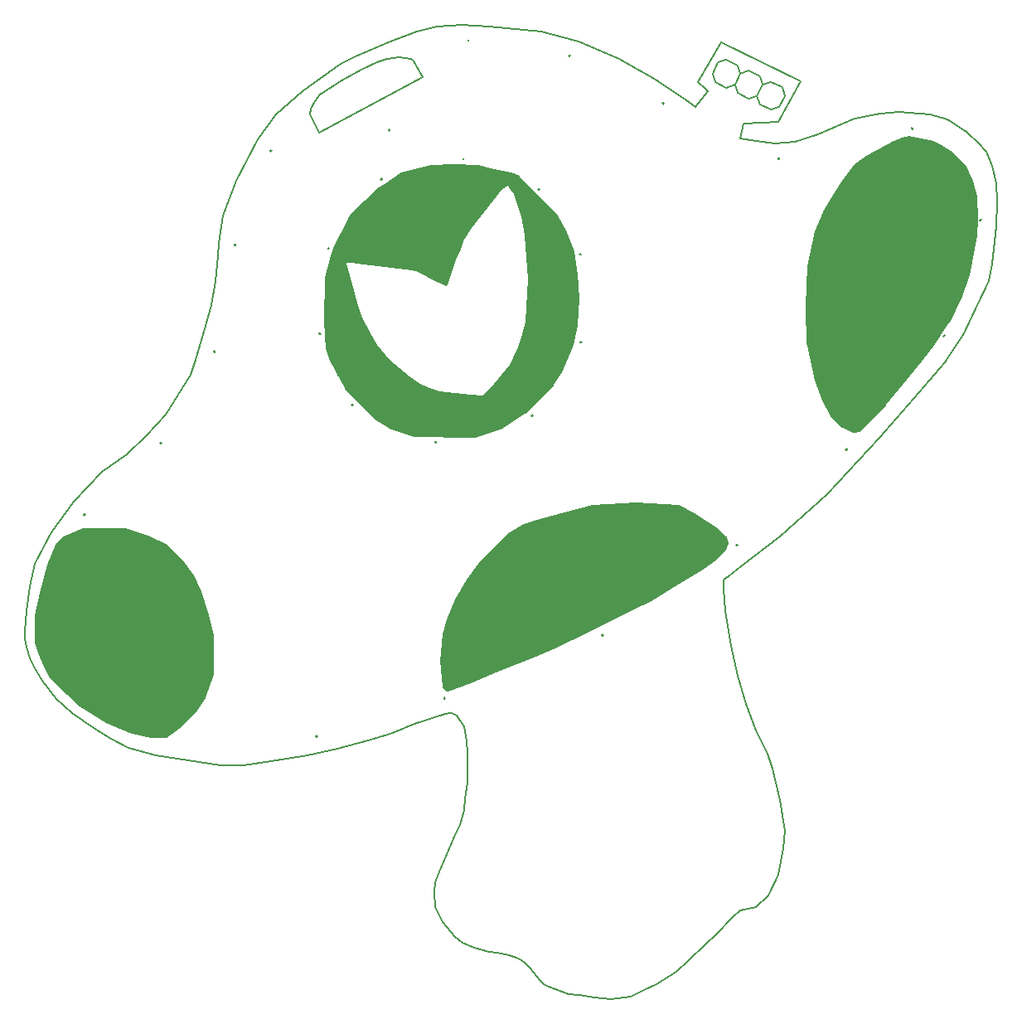
<source format=gto>
G04 EAGLE Gerber RS-274X export*
G75*
%MOMM*%
%FSLAX34Y34*%
%LPD*%
%INSilk top*%
%IPPOS*%
%AMOC8*
5,1,8,0,0,1.08239X$1,22.5*%
G01*
%ADD10R,1.600000X0.400000*%
%ADD11R,4.000000X0.400000*%
%ADD12R,5.600000X0.400000*%
%ADD13R,6.800000X0.400000*%
%ADD14R,8.000000X0.400000*%
%ADD15R,9.200000X0.400000*%
%ADD16R,10.400000X0.400000*%
%ADD17R,11.200000X0.400000*%
%ADD18R,12.000000X0.400000*%
%ADD19R,12.800000X0.400000*%
%ADD20R,13.600000X0.400000*%
%ADD21R,14.000000X0.400000*%
%ADD22R,14.400000X0.400000*%
%ADD23R,0.400000X0.400000*%
%ADD24R,15.200000X0.400000*%
%ADD25R,15.600000X0.400000*%
%ADD26R,2.800000X0.400000*%
%ADD27R,16.000000X0.400000*%
%ADD28R,3.600000X0.400000*%
%ADD29R,16.800000X0.400000*%
%ADD30R,4.800000X0.400000*%
%ADD31R,17.200000X0.400000*%
%ADD32R,7.600000X0.400000*%
%ADD33R,8.800000X0.400000*%
%ADD34R,17.600000X0.400000*%
%ADD35R,9.600000X0.400000*%
%ADD36R,11.600000X0.400000*%
%ADD37R,18.000000X0.400000*%
%ADD38R,12.400000X0.400000*%
%ADD39R,13.200000X0.400000*%
%ADD40R,16.400000X0.400000*%
%ADD41R,18.400000X0.400000*%
%ADD42R,19.200000X0.400000*%
%ADD43R,19.600000X0.400000*%
%ADD44R,20.400000X0.400000*%
%ADD45R,20.800000X0.400000*%
%ADD46R,21.200000X0.400000*%
%ADD47R,21.600000X0.400000*%
%ADD48R,22.000000X0.400000*%
%ADD49R,22.800000X0.400000*%
%ADD50R,23.200000X0.400000*%
%ADD51R,10.000000X0.400000*%
%ADD52R,22.400000X0.400000*%
%ADD53R,4.400000X0.400000*%
%ADD54R,7.200000X0.400000*%
%ADD55R,2.000000X0.400000*%
%ADD56R,6.000000X0.400000*%
%ADD57R,6.400000X0.400000*%
%ADD58R,5.200000X0.400000*%
%ADD59R,8.400000X0.400000*%
%ADD60R,10.800000X0.400000*%
%ADD61R,3.200000X0.400000*%
%ADD62R,14.800000X0.400000*%
%ADD63R,2.400000X0.400000*%
%ADD64R,1.200000X0.400000*%
%ADD65C,0.152400*%
%ADD66R,0.250000X0.250000*%
%ADD67R,0.250000X0.250000*%

G36*
X461663Y575619D02*
X461663Y575619D01*
X461678Y575625D01*
X461690Y575626D01*
X478324Y580689D01*
X478342Y580697D01*
X478349Y580698D01*
X478352Y580699D01*
X478362Y580701D01*
X490046Y584765D01*
X490202Y584846D01*
X490269Y584876D01*
X490271Y584878D01*
X490275Y584879D01*
X513262Y600204D01*
X513349Y600282D01*
X513411Y600325D01*
X542748Y629196D01*
X542839Y629315D01*
X542891Y629373D01*
X551019Y642073D01*
X551043Y642126D01*
X551060Y642150D01*
X551068Y642175D01*
X551100Y642226D01*
X559228Y661530D01*
X559229Y661534D01*
X559231Y661537D01*
X562787Y670173D01*
X562816Y670286D01*
X562843Y670356D01*
X566907Y690168D01*
X566911Y690243D01*
X566924Y690297D01*
X568956Y717729D01*
X568951Y717809D01*
X568957Y717867D01*
X567433Y742251D01*
X567421Y742313D01*
X567420Y742362D01*
X563356Y765730D01*
X563318Y765850D01*
X563302Y765925D01*
X555174Y786753D01*
X555137Y786819D01*
X555118Y786872D01*
X546482Y802620D01*
X546312Y802848D01*
X546311Y802849D01*
X546310Y802850D01*
X510301Y838858D01*
X507810Y842346D01*
X507756Y842403D01*
X507709Y842466D01*
X507665Y842499D01*
X507614Y842552D01*
X507501Y842618D01*
X507438Y842664D01*
X499310Y846728D01*
X499069Y846809D01*
X499046Y846817D01*
X477734Y850877D01*
X465057Y853919D01*
X464918Y853932D01*
X464841Y853947D01*
X440457Y854455D01*
X440433Y854452D01*
X440414Y854455D01*
X417046Y853947D01*
X416912Y853925D01*
X416834Y853920D01*
X386862Y846808D01*
X386831Y846796D01*
X386799Y846791D01*
X386729Y846756D01*
X386597Y846704D01*
X386544Y846664D01*
X386499Y846641D01*
X369771Y834475D01*
X362190Y829927D01*
X362074Y829833D01*
X362009Y829789D01*
X337117Y805913D01*
X337022Y805792D01*
X336970Y805735D01*
X332886Y799473D01*
X332860Y799418D01*
X332832Y799380D01*
X317612Y769574D01*
X317589Y769506D01*
X317562Y769459D01*
X313618Y758614D01*
X313598Y758520D01*
X313570Y758428D01*
X313569Y758382D01*
X313560Y758336D01*
X313567Y758240D01*
X313565Y758144D01*
X313577Y758099D01*
X313579Y758075D01*
X313552Y758015D01*
X308836Y739150D01*
X308821Y739002D01*
X308806Y738925D01*
X307849Y693950D01*
X307854Y693907D01*
X307850Y693873D01*
X309374Y665933D01*
X309428Y665659D01*
X309429Y665654D01*
X313493Y653970D01*
X313543Y653874D01*
X313568Y653806D01*
X329316Y625866D01*
X329397Y625759D01*
X329427Y625709D01*
X329448Y625689D01*
X329467Y625662D01*
X341151Y613470D01*
X341160Y613462D01*
X341166Y613454D01*
X361486Y593134D01*
X361557Y593080D01*
X361615Y593027D01*
X361641Y593013D01*
X361666Y592991D01*
X373858Y585371D01*
X373908Y585349D01*
X373942Y585324D01*
X374640Y584975D01*
X374712Y584951D01*
X374761Y584924D01*
X399144Y576443D01*
X399423Y576388D01*
X399446Y576390D01*
X399464Y576387D01*
X461381Y575582D01*
X461663Y575619D01*
G37*
G36*
X849518Y580157D02*
X849518Y580157D01*
X849596Y580161D01*
X854168Y581177D01*
X854197Y581188D01*
X854226Y581192D01*
X854303Y581226D01*
X854393Y581255D01*
X854410Y581268D01*
X854434Y581277D01*
X854462Y581298D01*
X854486Y581308D01*
X854553Y581365D01*
X854662Y581447D01*
X854664Y581449D01*
X854666Y581450D01*
X882098Y608882D01*
X882109Y608897D01*
X882117Y608904D01*
X882133Y608928D01*
X882163Y608954D01*
X898925Y629272D01*
X918737Y653148D01*
X918753Y653174D01*
X918771Y653191D01*
X930455Y668939D01*
X930469Y668964D01*
X930485Y668981D01*
X946741Y693365D01*
X946772Y693430D01*
X946804Y693474D01*
X958996Y717858D01*
X959020Y717929D01*
X959047Y717978D01*
X967175Y741346D01*
X967190Y741425D01*
X967212Y741481D01*
X975340Y782121D01*
X975344Y782200D01*
X975357Y782257D01*
X976373Y798513D01*
X976369Y798574D01*
X976374Y798621D01*
X975358Y821481D01*
X975330Y821634D01*
X975321Y821711D01*
X970749Y837967D01*
X970706Y838065D01*
X970686Y838134D01*
X963066Y853882D01*
X963065Y853883D01*
X963065Y853885D01*
X963057Y853895D01*
X962907Y854118D01*
X962884Y854138D01*
X962870Y854158D01*
X950678Y866350D01*
X950592Y866415D01*
X950540Y866465D01*
X938856Y874593D01*
X938765Y874639D01*
X938708Y874679D01*
X930072Y878743D01*
X929923Y878789D01*
X929851Y878817D01*
X905975Y883897D01*
X905937Y883900D01*
X905900Y883910D01*
X905823Y883908D01*
X905692Y883917D01*
X905620Y883901D01*
X905565Y883900D01*
X897945Y882376D01*
X897787Y882320D01*
X897715Y882300D01*
X890095Y878744D01*
X890059Y878721D01*
X890026Y878709D01*
X881898Y874137D01*
X881898Y874136D01*
X881897Y874136D01*
X862085Y862960D01*
X862052Y862935D01*
X862021Y862921D01*
X849829Y854793D01*
X849826Y854790D01*
X849823Y854789D01*
X849801Y854768D01*
X849617Y854603D01*
X849599Y854576D01*
X849580Y854557D01*
X837388Y838301D01*
X837373Y838274D01*
X837355Y838255D01*
X829227Y826063D01*
X829214Y826035D01*
X829198Y826016D01*
X817514Y806204D01*
X817481Y806126D01*
X817449Y806073D01*
X809321Y786261D01*
X809294Y786156D01*
X809267Y786089D01*
X801647Y750529D01*
X801640Y750433D01*
X801626Y750367D01*
X799594Y709727D01*
X799599Y709677D01*
X799594Y709637D01*
X801118Y670013D01*
X801136Y669912D01*
X801139Y669842D01*
X808759Y633774D01*
X808796Y633670D01*
X808813Y633599D01*
X816941Y613787D01*
X816962Y613750D01*
X816972Y613718D01*
X825100Y597462D01*
X825103Y597457D01*
X825105Y597452D01*
X825129Y597420D01*
X825261Y597228D01*
X825289Y597206D01*
X825306Y597183D01*
X837498Y585499D01*
X837577Y585442D01*
X837624Y585398D01*
X837673Y585373D01*
X837728Y585333D01*
X837749Y585326D01*
X837764Y585315D01*
X848432Y580235D01*
X848486Y580218D01*
X848537Y580192D01*
X848606Y580181D01*
X848703Y580150D01*
X848801Y580148D01*
X848868Y580137D01*
X849376Y580137D01*
X849518Y580157D01*
G37*
G36*
X434863Y316487D02*
X434863Y316487D01*
X434877Y316485D01*
X434944Y316498D01*
X435130Y316525D01*
X435171Y316543D01*
X435207Y316550D01*
X458067Y325186D01*
X458084Y325196D01*
X458100Y325199D01*
X486036Y336882D01*
X526161Y353135D01*
X526163Y353136D01*
X526165Y353137D01*
X545977Y361265D01*
X546007Y361282D01*
X546035Y361290D01*
X578547Y377038D01*
X578556Y377045D01*
X578566Y377048D01*
X602435Y389236D01*
X626302Y400916D01*
X626312Y400923D01*
X626322Y400926D01*
X642070Y409054D01*
X642099Y409075D01*
X642126Y409085D01*
X662446Y421277D01*
X662451Y421281D01*
X662456Y421283D01*
X682268Y433475D01*
X682271Y433478D01*
X682274Y433479D01*
X694466Y441099D01*
X694479Y441110D01*
X694491Y441115D01*
X706683Y449243D01*
X706776Y449326D01*
X706838Y449370D01*
X718522Y461054D01*
X718540Y461078D01*
X718563Y461097D01*
X718604Y461164D01*
X718693Y461281D01*
X718715Y461340D01*
X718741Y461382D01*
X721281Y467478D01*
X721294Y467528D01*
X721316Y467576D01*
X721330Y467665D01*
X721353Y467753D01*
X721351Y467805D01*
X721359Y467857D01*
X721348Y467929D01*
X721345Y468037D01*
X721317Y468124D01*
X721307Y468189D01*
X719275Y474285D01*
X719238Y474360D01*
X719210Y474438D01*
X719179Y474479D01*
X719148Y474540D01*
X719054Y474642D01*
X719006Y474705D01*
X710878Y482325D01*
X710797Y482382D01*
X710747Y482429D01*
X686363Y498685D01*
X686305Y498713D01*
X686266Y498742D01*
X670518Y506870D01*
X670476Y506885D01*
X670439Y506907D01*
X670364Y506924D01*
X670249Y506964D01*
X670169Y506968D01*
X670112Y506982D01*
X626932Y509522D01*
X626865Y509516D01*
X626814Y509522D01*
X582618Y506982D01*
X582504Y506959D01*
X582430Y506953D01*
X549918Y498825D01*
X549907Y498820D01*
X549897Y498819D01*
X521957Y491199D01*
X521901Y491175D01*
X521854Y491165D01*
X510170Y486593D01*
X510082Y486544D01*
X510018Y486519D01*
X497318Y478899D01*
X497170Y478779D01*
X497116Y478740D01*
X465620Y446736D01*
X465574Y446673D01*
X465532Y446633D01*
X453340Y430377D01*
X453309Y430321D01*
X453278Y430284D01*
X441594Y410472D01*
X441559Y410388D01*
X441525Y410333D01*
X433397Y390013D01*
X433381Y389946D01*
X433359Y389898D01*
X429295Y374658D01*
X429284Y374562D01*
X429271Y374522D01*
X429270Y374511D01*
X429265Y374491D01*
X426725Y347567D01*
X426730Y347463D01*
X426724Y347393D01*
X428756Y321485D01*
X428763Y321452D01*
X428763Y321445D01*
X428773Y321406D01*
X428780Y321332D01*
X428803Y321271D01*
X428818Y321207D01*
X428832Y321182D01*
X428835Y321170D01*
X428858Y321130D01*
X428883Y321067D01*
X428918Y321023D01*
X428954Y320958D01*
X428971Y320940D01*
X428980Y320925D01*
X429049Y320860D01*
X429094Y320805D01*
X433666Y316741D01*
X433714Y316709D01*
X433756Y316670D01*
X433832Y316631D01*
X433902Y316584D01*
X433957Y316567D01*
X434009Y316540D01*
X434077Y316529D01*
X434173Y316499D01*
X434272Y316496D01*
X434340Y316485D01*
X434848Y316485D01*
X434863Y316487D01*
G37*
G36*
X146313Y268734D02*
X146313Y268734D01*
X146322Y268733D01*
X146455Y268754D01*
X146586Y268773D01*
X146594Y268776D01*
X146603Y268778D01*
X146652Y268803D01*
X146845Y268889D01*
X146875Y268914D01*
X146903Y268928D01*
X160111Y278580D01*
X160184Y278651D01*
X160240Y278692D01*
X178020Y296980D01*
X178082Y297066D01*
X178132Y297117D01*
X186768Y309817D01*
X186802Y309888D01*
X186823Y309919D01*
X186833Y309950D01*
X186860Y310005D01*
X186887Y310054D01*
X195015Y333422D01*
X195015Y333424D01*
X195016Y333425D01*
X195018Y333437D01*
X195034Y333519D01*
X195041Y333541D01*
X195041Y333556D01*
X195070Y333701D01*
X195067Y333732D01*
X195071Y333756D01*
X195071Y373888D01*
X195051Y374032D01*
X195047Y374111D01*
X190475Y394431D01*
X190453Y394488D01*
X190445Y394535D01*
X182317Y418411D01*
X182295Y418454D01*
X182286Y418491D01*
X175174Y434747D01*
X175081Y434899D01*
X175047Y434962D01*
X162855Y450710D01*
X162802Y450761D01*
X162770Y450806D01*
X146514Y467062D01*
X146508Y467066D01*
X146503Y467073D01*
X146462Y467101D01*
X146287Y467233D01*
X146252Y467246D01*
X146227Y467263D01*
X129971Y474883D01*
X129914Y474901D01*
X129874Y474923D01*
X118190Y478987D01*
X118182Y478988D01*
X118177Y478991D01*
X105985Y483055D01*
X105705Y483106D01*
X105683Y483104D01*
X105664Y483107D01*
X61976Y483107D01*
X61947Y483103D01*
X61918Y483106D01*
X61842Y483088D01*
X61695Y483067D01*
X61638Y483042D01*
X61591Y483031D01*
X41779Y474903D01*
X41736Y474879D01*
X41690Y474862D01*
X41631Y474817D01*
X41533Y474760D01*
X41473Y474697D01*
X41423Y474658D01*
X33803Y466530D01*
X33798Y466522D01*
X33790Y466516D01*
X33760Y466468D01*
X33640Y466298D01*
X33627Y466260D01*
X33610Y466233D01*
X24974Y445913D01*
X24952Y445834D01*
X24927Y445779D01*
X17307Y417331D01*
X17303Y417292D01*
X17292Y417263D01*
X12720Y393895D01*
X12713Y393775D01*
X12701Y393700D01*
X12701Y365760D01*
X12701Y365759D01*
X12701Y365757D01*
X12703Y365745D01*
X12741Y365479D01*
X12753Y365451D01*
X12757Y365426D01*
X16821Y353742D01*
X16827Y353730D01*
X16829Y353720D01*
X21401Y341528D01*
X21436Y341463D01*
X21439Y341455D01*
X21443Y341439D01*
X21446Y341435D01*
X21454Y341411D01*
X26534Y331759D01*
X26535Y331757D01*
X26536Y331754D01*
X26552Y331733D01*
X26700Y331529D01*
X26725Y331509D01*
X26741Y331488D01*
X33840Y324897D01*
X45510Y313226D01*
X45519Y313219D01*
X45525Y313212D01*
X58225Y301020D01*
X58344Y300934D01*
X58403Y300883D01*
X85327Y284627D01*
X85395Y284598D01*
X85441Y284568D01*
X111857Y272884D01*
X111917Y272867D01*
X111951Y272849D01*
X112000Y272841D01*
X112053Y272820D01*
X130849Y268756D01*
X130987Y268746D01*
X131064Y268733D01*
X146304Y268733D01*
X146313Y268734D01*
G37*
%LPC*%
G36*
X457784Y619249D02*
X457784Y619249D01*
X425923Y622789D01*
X413901Y626796D01*
X405899Y630797D01*
X394818Y638353D01*
X374621Y655015D01*
X362524Y670641D01*
X354958Y682242D01*
X346885Y698387D01*
X342858Y709967D01*
X338805Y726178D01*
X338800Y726192D01*
X338798Y726204D01*
X331178Y753636D01*
X331151Y753697D01*
X331134Y753762D01*
X331095Y753827D01*
X331075Y753873D01*
X337719Y753873D01*
X341554Y753106D01*
X341602Y753103D01*
X341639Y753093D01*
X397480Y746801D01*
X401947Y745312D01*
X409998Y741286D01*
X417606Y737228D01*
X417642Y737215D01*
X417667Y737198D01*
X432354Y730589D01*
X432452Y730561D01*
X432549Y730524D01*
X432588Y730521D01*
X432627Y730510D01*
X432730Y730510D01*
X432832Y730502D01*
X432871Y730510D01*
X432911Y730510D01*
X433010Y730538D01*
X433111Y730559D01*
X433146Y730577D01*
X433184Y730588D01*
X433271Y730643D01*
X433362Y730691D01*
X433391Y730718D01*
X433425Y730739D01*
X433494Y730816D01*
X433568Y730887D01*
X433585Y730918D01*
X433614Y730951D01*
X433697Y731124D01*
X433729Y731182D01*
X442901Y757552D01*
X446943Y766140D01*
X446960Y766197D01*
X446983Y766238D01*
X451001Y777791D01*
X459039Y789346D01*
X471209Y805572D01*
X490404Y829313D01*
X495597Y832775D01*
X498809Y828759D01*
X501010Y826008D01*
X505517Y813991D01*
X509553Y801379D01*
X513087Y781688D01*
X516127Y737103D01*
X513597Y694097D01*
X509061Y677970D01*
X505026Y665863D01*
X497487Y650283D01*
X481332Y630594D01*
X469992Y618761D01*
X457784Y619249D01*
G37*
%LPD*%
D10*
X138000Y272000D03*
D11*
X134000Y276000D03*
D12*
X130000Y280000D03*
D13*
X128000Y284000D03*
D14*
X126000Y288000D03*
D15*
X124000Y292000D03*
D16*
X122000Y296000D03*
D17*
X122000Y300000D03*
D18*
X118000Y304000D03*
D19*
X118000Y308000D03*
D20*
X118000Y312000D03*
D21*
X116000Y316000D03*
D22*
X114000Y320000D03*
D23*
X436000Y320000D03*
D24*
X114000Y324000D03*
D10*
X438000Y324000D03*
D25*
X112000Y328000D03*
D26*
X444000Y328000D03*
D27*
X110000Y332000D03*
D28*
X448000Y332000D03*
D29*
X110000Y336000D03*
D30*
X454000Y336000D03*
D29*
X110000Y340000D03*
D12*
X458000Y340000D03*
D31*
X108000Y344000D03*
D13*
X464000Y344000D03*
D31*
X108000Y348000D03*
D32*
X468000Y348000D03*
D31*
X108000Y352000D03*
D33*
X474000Y352000D03*
D34*
X106000Y356000D03*
D35*
X478000Y356000D03*
D34*
X106000Y360000D03*
D16*
X482000Y360000D03*
D34*
X106000Y364000D03*
D36*
X488000Y364000D03*
D37*
X104000Y368000D03*
D38*
X492000Y368000D03*
D37*
X104000Y372000D03*
D39*
X496000Y372000D03*
D34*
X102000Y376000D03*
D20*
X502000Y376000D03*
D34*
X102000Y380000D03*
D22*
X506000Y380000D03*
D34*
X102000Y384000D03*
D24*
X510000Y384000D03*
D34*
X102000Y388000D03*
D27*
X514000Y388000D03*
D34*
X102000Y392000D03*
D40*
X520000Y392000D03*
D29*
X102000Y396000D03*
D31*
X524000Y396000D03*
D29*
X102000Y400000D03*
D34*
X530000Y400000D03*
D29*
X102000Y404000D03*
D41*
X534000Y404000D03*
D40*
X100000Y408000D03*
D42*
X538000Y408000D03*
D40*
X100000Y412000D03*
D43*
X544000Y412000D03*
D40*
X100000Y416000D03*
D43*
X548000Y416000D03*
D25*
X100000Y420000D03*
D44*
X552000Y420000D03*
D25*
X100000Y424000D03*
D45*
X558000Y424000D03*
D24*
X98000Y428000D03*
D46*
X560000Y428000D03*
D24*
X98000Y432000D03*
D47*
X566000Y432000D03*
D22*
X98000Y436000D03*
D48*
X572000Y436000D03*
D22*
X98000Y440000D03*
D48*
X576000Y440000D03*
D21*
X96000Y444000D03*
D49*
X580000Y444000D03*
D39*
X96000Y448000D03*
D49*
X584000Y448000D03*
D19*
X94000Y452000D03*
D50*
X590000Y452000D03*
D38*
X92000Y456000D03*
D50*
X594000Y456000D03*
D36*
X92000Y460000D03*
D50*
X598000Y460000D03*
D17*
X90000Y464000D03*
D50*
X602000Y464000D03*
D51*
X88000Y468000D03*
D49*
X604000Y468000D03*
D33*
X86000Y472000D03*
D52*
X606000Y472000D03*
D13*
X84000Y476000D03*
D47*
X606000Y476000D03*
D53*
X84000Y480000D03*
D44*
X608000Y480000D03*
D42*
X606000Y484000D03*
D34*
X610000Y488000D03*
D24*
X614000Y492000D03*
D20*
X618000Y496000D03*
D17*
X622000Y500000D03*
D33*
X626000Y504000D03*
D54*
X430000Y580000D03*
D35*
X430000Y584000D03*
D36*
X432000Y588000D03*
D55*
X848000Y588000D03*
D19*
X434000Y592000D03*
D26*
X848000Y592000D03*
D21*
X432000Y596000D03*
D28*
X848000Y596000D03*
D24*
X434000Y600000D03*
D53*
X848000Y600000D03*
D27*
X434000Y604000D03*
D30*
X850000Y604000D03*
D29*
X434000Y608000D03*
D12*
X850000Y608000D03*
D34*
X434000Y612000D03*
D56*
X852000Y612000D03*
D36*
X400000Y616000D03*
D12*
X498000Y616000D03*
D57*
X850000Y616000D03*
D33*
X382000Y620000D03*
D58*
X504000Y620000D03*
D13*
X852000Y620000D03*
D14*
X374000Y624000D03*
D58*
X508000Y624000D03*
D32*
X852000Y624000D03*
X368000Y628000D03*
D12*
X510000Y628000D03*
D14*
X854000Y628000D03*
D13*
X364000Y632000D03*
D12*
X514000Y632000D03*
D59*
X856000Y632000D03*
D13*
X360000Y636000D03*
D58*
X516000Y636000D03*
D33*
X854000Y636000D03*
D57*
X354000Y640000D03*
D58*
X520000Y640000D03*
D15*
X856000Y640000D03*
D56*
X352000Y644000D03*
D58*
X524000Y644000D03*
D35*
X858000Y644000D03*
D56*
X348000Y648000D03*
D58*
X524000Y648000D03*
D51*
X860000Y648000D03*
D12*
X346000Y652000D03*
D58*
X528000Y652000D03*
D60*
X860000Y652000D03*
D12*
X342000Y656000D03*
D58*
X528000Y656000D03*
D17*
X862000Y656000D03*
D58*
X340000Y660000D03*
D30*
X530000Y660000D03*
D17*
X862000Y660000D03*
D30*
X338000Y664000D03*
D58*
X532000Y664000D03*
D36*
X864000Y664000D03*
D58*
X336000Y668000D03*
D30*
X534000Y668000D03*
D18*
X866000Y668000D03*
D30*
X334000Y672000D03*
D58*
X536000Y672000D03*
D19*
X866000Y672000D03*
D53*
X332000Y676000D03*
D58*
X536000Y676000D03*
D19*
X866000Y676000D03*
D53*
X332000Y680000D03*
D30*
X538000Y680000D03*
D39*
X868000Y680000D03*
D11*
X330000Y684000D03*
D30*
X538000Y684000D03*
D20*
X870000Y684000D03*
D11*
X330000Y688000D03*
D30*
X538000Y688000D03*
D21*
X872000Y688000D03*
D28*
X328000Y692000D03*
D58*
X540000Y692000D03*
D21*
X872000Y692000D03*
D28*
X328000Y696000D03*
D30*
X542000Y696000D03*
D22*
X874000Y696000D03*
D61*
X326000Y700000D03*
D30*
X542000Y700000D03*
D22*
X874000Y700000D03*
D61*
X326000Y704000D03*
D30*
X542000Y704000D03*
D62*
X876000Y704000D03*
D61*
X326000Y708000D03*
D30*
X542000Y708000D03*
D62*
X876000Y708000D03*
D26*
X324000Y712000D03*
D30*
X542000Y712000D03*
D24*
X878000Y712000D03*
D26*
X324000Y716000D03*
D30*
X542000Y716000D03*
D24*
X878000Y716000D03*
D26*
X324000Y720000D03*
D30*
X542000Y720000D03*
D25*
X880000Y720000D03*
D26*
X324000Y724000D03*
D30*
X542000Y724000D03*
D25*
X880000Y724000D03*
D63*
X322000Y728000D03*
D30*
X542000Y728000D03*
D25*
X880000Y728000D03*
D63*
X322000Y732000D03*
D30*
X542000Y732000D03*
D27*
X882000Y732000D03*
D63*
X322000Y736000D03*
D23*
X428000Y736000D03*
D30*
X542000Y736000D03*
D27*
X882000Y736000D03*
D55*
X320000Y740000D03*
D10*
X426000Y740000D03*
D30*
X542000Y740000D03*
D27*
X882000Y740000D03*
D10*
X322000Y744000D03*
D63*
X422000Y744000D03*
D53*
X540000Y744000D03*
D40*
X884000Y744000D03*
D10*
X322000Y748000D03*
D28*
X420000Y748000D03*
D53*
X540000Y748000D03*
D40*
X884000Y748000D03*
D10*
X322000Y752000D03*
D30*
X414000Y752000D03*
D53*
X540000Y752000D03*
D27*
X886000Y752000D03*
D55*
X324000Y756000D03*
D59*
X396000Y756000D03*
D53*
X540000Y756000D03*
D27*
X886000Y756000D03*
D38*
X380000Y760000D03*
D53*
X540000Y760000D03*
D27*
X886000Y760000D03*
D38*
X380000Y764000D03*
D53*
X540000Y764000D03*
D40*
X888000Y764000D03*
D19*
X382000Y768000D03*
D11*
X538000Y768000D03*
D27*
X890000Y768000D03*
D38*
X384000Y772000D03*
D11*
X538000Y772000D03*
D27*
X890000Y772000D03*
D38*
X384000Y776000D03*
D11*
X538000Y776000D03*
D27*
X890000Y776000D03*
D38*
X388000Y780000D03*
D28*
X536000Y780000D03*
D27*
X890000Y780000D03*
D38*
X388000Y784000D03*
D11*
X534000Y784000D03*
D40*
X892000Y784000D03*
D38*
X392000Y788000D03*
D28*
X532000Y788000D03*
D27*
X894000Y788000D03*
D19*
X394000Y792000D03*
D28*
X532000Y792000D03*
D27*
X894000Y792000D03*
D38*
X396000Y796000D03*
D61*
X530000Y796000D03*
D25*
X896000Y796000D03*
D38*
X400000Y800000D03*
D61*
X530000Y800000D03*
D25*
X896000Y800000D03*
D19*
X402000Y804000D03*
D61*
X526000Y804000D03*
D25*
X896000Y804000D03*
D19*
X406000Y808000D03*
D26*
X524000Y808000D03*
D24*
X898000Y808000D03*
D38*
X408000Y812000D03*
D63*
X522000Y812000D03*
D62*
X900000Y812000D03*
D38*
X412000Y816000D03*
D63*
X518000Y816000D03*
D62*
X900000Y816000D03*
D38*
X416000Y820000D03*
D55*
X516000Y820000D03*
D22*
X902000Y820000D03*
D38*
X420000Y824000D03*
D10*
X514000Y824000D03*
D21*
X900000Y824000D03*
D38*
X424000Y828000D03*
D10*
X510000Y828000D03*
D20*
X902000Y828000D03*
D18*
X430000Y832000D03*
D64*
X508000Y832000D03*
D39*
X904000Y832000D03*
X444000Y836000D03*
X904000Y836000D03*
D38*
X445080Y840000D03*
X904000Y840000D03*
D17*
X443080Y844000D03*
D18*
X906000Y844000D03*
D17*
X906000Y848000D03*
X906000Y852000D03*
D51*
X908000Y856000D03*
D15*
X908000Y860000D03*
D14*
X910000Y864000D03*
D57*
X910000Y868000D03*
D12*
X910000Y872000D03*
D11*
X910000Y876000D03*
D10*
X906000Y880000D03*
D65*
X201930Y241300D02*
X135890Y251460D01*
X107950Y259080D01*
X90170Y267970D01*
X72390Y279400D01*
X50800Y294640D01*
X34290Y308610D01*
X20320Y327660D01*
X12700Y340360D01*
X7620Y350520D01*
X3810Y361950D01*
X2540Y369570D01*
X2540Y378460D01*
X3810Y398780D01*
X7620Y424180D01*
X12700Y447040D01*
X29210Y478790D01*
X52070Y510540D01*
X81280Y541020D01*
X106680Y558800D01*
X127000Y577850D01*
X146050Y599440D01*
X171450Y640080D01*
X176530Y655320D01*
X186690Y689610D01*
X193040Y711200D01*
X196850Y735330D01*
X199390Y760730D01*
X200660Y774700D01*
X204470Y802640D01*
X218440Y838200D01*
X240030Y880110D01*
X259080Y905510D01*
X285750Y929640D01*
X325120Y957580D01*
X340360Y965200D01*
X375920Y980440D01*
X402590Y990600D01*
X422910Y995680D01*
X448310Y996950D01*
X476250Y995680D01*
X529590Y990600D01*
X567690Y980440D01*
X609600Y962660D01*
X646430Y941070D01*
X680720Y918210D01*
X732790Y881380D02*
X749300Y878840D01*
X768350Y876300D01*
X788670Y877570D01*
X812800Y885190D01*
X838200Y896620D01*
X849630Y901700D01*
X876300Y906780D01*
X895350Y908050D01*
X927100Y905510D01*
X944880Y900430D01*
X963930Y887730D01*
X976630Y876300D01*
X984250Y867410D01*
X990600Y853440D01*
X994410Y835660D01*
X995680Y816610D01*
X994410Y791210D01*
X990600Y753110D01*
X986790Y735330D01*
X975360Y711200D01*
X961390Y681990D01*
X942340Y652780D01*
X915670Y622300D01*
X875030Y575310D01*
X821690Y518160D01*
X773430Y474980D01*
X734060Y444500D01*
X721360Y434340D01*
X716280Y430530D01*
X716280Y421640D01*
X717550Y398780D01*
X723900Y363220D01*
X730250Y332740D01*
X739140Y303530D01*
X749300Y276860D01*
X760730Y252730D01*
X765810Y237490D01*
X769620Y223520D01*
X773430Y205740D01*
X778510Y173990D01*
X777240Y156210D01*
X772160Y129540D01*
X762000Y107950D01*
X749300Y96520D01*
X732790Y92710D01*
X725170Y86360D01*
X708660Y68580D01*
X697230Y58420D01*
X680720Y41910D01*
X668020Y30480D01*
X654050Y21590D01*
X647700Y17780D01*
X635000Y11430D01*
X621030Y5080D01*
X600710Y2540D01*
X584200Y3810D01*
X568960Y6350D01*
X557530Y7620D01*
X537210Y15240D01*
X532130Y17780D01*
X528320Y21590D01*
X521970Y29210D01*
X518160Y34290D01*
X513080Y39370D01*
X509270Y41910D01*
X504190Y44450D01*
X496570Y46990D01*
X485140Y49530D01*
X476250Y50800D01*
X461010Y54610D01*
X449580Y59690D01*
X441960Y66040D01*
X429260Y81280D01*
X421640Y96520D01*
X420370Y111760D01*
X421640Y121920D01*
X426720Y134620D01*
X441960Y170180D01*
X447040Y180340D01*
X450850Y195580D01*
X452120Y207010D01*
X454660Y223520D01*
X454660Y254000D01*
X453390Y265430D01*
X450850Y280670D01*
X447040Y287020D01*
X443230Y292100D01*
X438150Y294640D01*
X436880Y294640D01*
X431800Y293370D01*
X400050Y283210D01*
X375920Y273050D01*
X353060Y266700D01*
X321310Y257810D01*
X290830Y251460D01*
X254000Y245110D01*
X226060Y241300D01*
X201930Y241300D01*
D54*
X441430Y847970D03*
D30*
X440670Y851060D03*
D65*
X327660Y941070D02*
X303530Y925830D01*
X327660Y941070D02*
X347980Y952500D01*
X361950Y958850D01*
X372110Y962660D01*
X384810Y963930D01*
X396240Y962660D01*
X398780Y961390D01*
X408686Y944118D01*
X303276Y886968D01*
X293370Y905510D01*
X294640Y911860D01*
X298450Y919480D01*
X303530Y925830D01*
X736600Y896620D02*
X772160Y897890D01*
X697230Y932180D02*
X689610Y938530D01*
X713740Y979170D01*
X795020Y939800D01*
X772160Y897890D01*
X687070Y913130D02*
X680720Y918210D01*
X687070Y913130D02*
X699770Y929640D01*
X697230Y932180D01*
X736600Y896620D02*
X732790Y881380D01*
D66*
X450304Y859546D03*
D67*
G36*
X366211Y837926D02*
X364842Y840017D01*
X366933Y841386D01*
X368302Y839295D01*
X366211Y837926D01*
G37*
G36*
X420749Y569989D02*
X420893Y572483D01*
X423387Y572339D01*
X423243Y569845D01*
X420749Y569989D01*
G37*
G36*
X334820Y608950D02*
X336566Y610738D01*
X338354Y608992D01*
X336608Y607204D01*
X334820Y608950D01*
G37*
G36*
X313159Y767310D02*
X310857Y768282D01*
X311829Y770584D01*
X314131Y769612D01*
X313159Y767310D01*
G37*
G36*
X305067Y680328D02*
X302572Y680189D01*
X302433Y682684D01*
X304928Y682823D01*
X305067Y680328D01*
G37*
G36*
X253320Y870237D02*
X255392Y868839D01*
X253994Y866767D01*
X251922Y868165D01*
X253320Y870237D01*
G37*
G36*
X194996Y665305D02*
X197383Y664566D01*
X196644Y662179D01*
X194257Y662918D01*
X194996Y665305D01*
G37*
G36*
X656232Y917426D02*
X654816Y915366D01*
X652756Y916782D01*
X654172Y918842D01*
X656232Y917426D01*
G37*
G36*
X773370Y861704D02*
X773492Y859208D01*
X770996Y859086D01*
X770874Y861582D01*
X773370Y861704D01*
G37*
G36*
X141384Y572246D02*
X143184Y570512D01*
X141450Y568712D01*
X139650Y570446D01*
X141384Y572246D01*
G37*
G36*
X63423Y495374D02*
X61457Y496916D01*
X62999Y498882D01*
X64965Y497340D01*
X63423Y495374D01*
G37*
G36*
X520025Y596290D02*
X518749Y598438D01*
X520897Y599714D01*
X522173Y597566D01*
X520025Y596290D01*
G37*
G36*
X571464Y671642D02*
X569008Y672106D01*
X569472Y674562D01*
X571928Y674098D01*
X571464Y671642D01*
G37*
G36*
X19927Y361629D02*
X22325Y362335D01*
X23031Y359937D01*
X20633Y359231D01*
X19927Y361629D01*
G37*
G36*
X110410Y275411D02*
X111498Y277661D01*
X113748Y276573D01*
X112660Y274323D01*
X110410Y275411D01*
G37*
G36*
X525479Y829244D02*
X527237Y831020D01*
X529013Y829262D01*
X527255Y827486D01*
X525479Y829244D01*
G37*
G36*
X568292Y763802D02*
X570768Y764142D01*
X571108Y761666D01*
X568632Y761326D01*
X568292Y763802D01*
G37*
G36*
X374393Y888111D02*
X373113Y890257D01*
X375259Y891537D01*
X376539Y889391D01*
X374393Y888111D01*
G37*
D66*
X455266Y980756D03*
D67*
G36*
X729193Y464223D02*
X727817Y466309D01*
X729903Y467685D01*
X731279Y465599D01*
X729193Y464223D01*
G37*
G36*
X591905Y372333D02*
X590785Y374567D01*
X593019Y375687D01*
X594139Y373453D01*
X591905Y372333D01*
G37*
G36*
X431830Y311386D02*
X432640Y309022D01*
X430276Y308212D01*
X429466Y310576D01*
X431830Y311386D01*
G37*
G36*
X301261Y272291D02*
X301879Y269869D01*
X299457Y269251D01*
X298839Y271673D01*
X301261Y272291D01*
G37*
G36*
X941635Y678120D02*
X939629Y679610D01*
X941119Y681616D01*
X943125Y680126D01*
X941635Y678120D01*
G37*
G36*
X841580Y561964D02*
X840024Y563920D01*
X841980Y565476D01*
X843536Y563520D01*
X841580Y561964D01*
G37*
G36*
X910202Y892343D02*
X909910Y889861D01*
X907428Y890153D01*
X907720Y892635D01*
X910202Y892343D01*
G37*
G36*
X979629Y796653D02*
X977135Y796819D01*
X977301Y799313D01*
X979795Y799147D01*
X979629Y796653D01*
G37*
G36*
X217830Y770843D02*
X215355Y771186D01*
X215698Y773661D01*
X218173Y773318D01*
X217830Y770843D01*
G37*
G36*
X560377Y966270D02*
X559638Y963883D01*
X557251Y964622D01*
X557990Y967009D01*
X560377Y966270D01*
G37*
D65*
X753062Y916124D02*
X764427Y910458D01*
X753062Y916124D02*
X750212Y924640D01*
X755879Y936006D01*
X764395Y938856D01*
X750212Y924640D02*
X741696Y921791D01*
X730330Y927458D01*
X727481Y935974D01*
X733148Y947340D01*
X741664Y950189D01*
X753030Y944522D01*
X755879Y936006D01*
X778610Y924673D02*
X772944Y913307D01*
X764427Y910458D01*
X778610Y924673D02*
X775761Y933189D01*
X764395Y938856D01*
X727481Y935974D02*
X718965Y933124D01*
X707599Y938791D01*
X704750Y947307D01*
X710416Y958673D01*
X718933Y961522D01*
X730298Y955856D01*
X733148Y947340D01*
M02*

</source>
